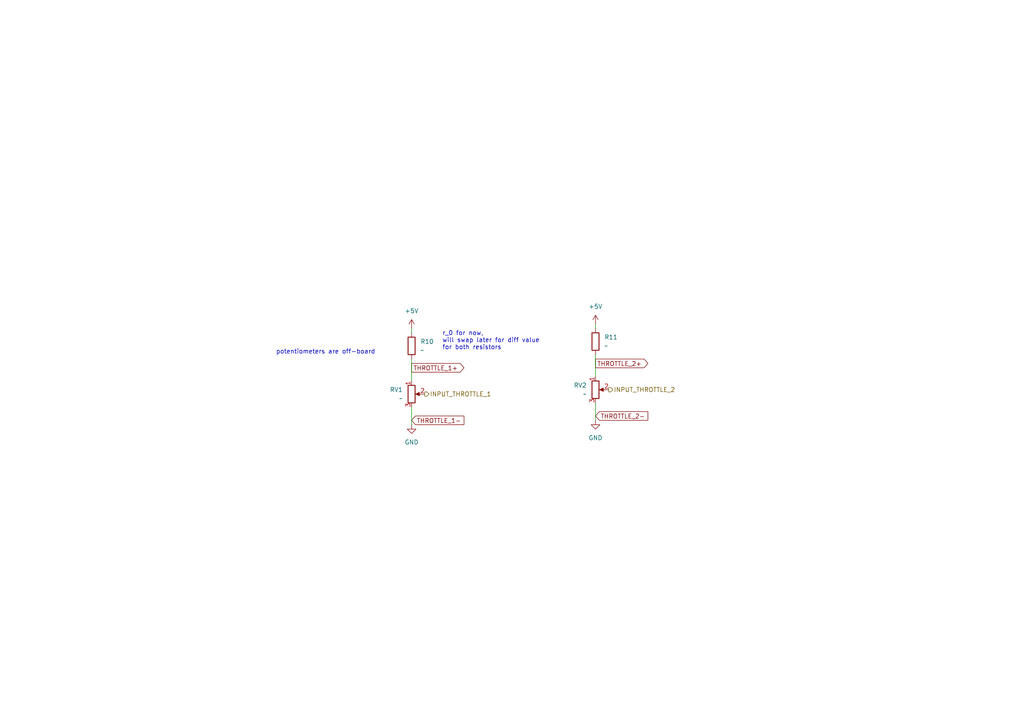
<source format=kicad_sch>
(kicad_sch (version 20211123) (generator eeschema)
  (paper "A4")
  (lib_symbols
    (symbol "Device:R_Potentiometer" (pin_names (offset 1.016) hide)
      (property "Reference" "RV" (at -4.445 0 90))
      (property "Value" "R_Potentiometer" (at -2.54 0 90))
      (symbol "R_Potentiometer_0_1"
        (polyline (pts (xy 2.54 0) (xy 1.524 0)))
        (polyline (pts (xy 1.143 0) (xy 2.286 0.508) (xy 2.286 -0.508) (xy 1.143 0)) (fill (type outline)))
        (rectangle (start 1.016 2.54) (end -1.016 -2.54) (stroke (width 0.254)))
      )
      (symbol "R_Potentiometer_1_1"
        (pin passive line (at 0 3.81 270) (length 1.27) (name "1") (number "1"))
        (pin passive line (at 3.81 0 180) (length 1.27) (name "2") (number "2"))
        (pin passive line (at 0 -3.81 90) (length 1.27) (name "3") (number "3"))
      )
    )
    (symbol "formula:R_0" (pin_numbers hide) (pin_names (offset 0))
      (property "Reference" "R" (at 2.032 0 90))
      (property "Value" "R_0" (at -2.54 0 90))
      (symbol "R_0_0_1"
        (rectangle (start -1.016 -2.54) (end 1.016 2.54) (stroke (width 0.254)))
      )
      (symbol "R_0_1_1"
        (pin passive line (at 0 3.81 270) (length 1.27) (name "~") (number "1"))
        (pin passive line (at 0 -3.81 90) (length 1.27) (name "~") (number "2"))
      )
    )
    (symbol "power:+5V" (power) (pin_names (offset 0))
      (property "Value" "+5V" (at 0 3.556 0))
      (symbol "+5V_0_1"
        (polyline (pts (xy -0.762 1.27) (xy 0 2.54)))
        (polyline (pts (xy 0 0) (xy 0 2.54)))
        (polyline (pts (xy 0 2.54) (xy 0.762 1.27)))
      )
      (symbol "+5V_1_1"
        (pin power_in line (at 0 0 90) (length 0) hide (name "+5V") (number "1"))
      )
    )
    (symbol "power:GND" (power) (pin_names (offset 0))
      (property "Value" "GND" (at 0 -3.81 0))
      (symbol "GND_0_1"
        (polyline (pts (xy 0 0) (xy 0 -1.27) (xy 1.27 -1.27) (xy 0 -2.54) (xy -1.27 -1.27) (xy 0 -1.27)))
      )
      (symbol "GND_1_1"
        (pin power_in line (at 0 0 270) (length 0) hide (name "GND") (number "1"))
      )
    )
  )
  (wire (pts (xy 119.38 95.25) (xy 119.38 96.52)))
  (wire (pts (xy 172.72 109.22) (xy 172.72 102.87)))
  (wire (pts (xy 119.38 110.49) (xy 119.38 104.14)))
  (wire (pts (xy 172.72 93.98) (xy 172.72 95.25)))
  (wire (pts (xy 119.38 118.11) (xy 119.38 123.19)))
  (wire (pts (xy 172.72 116.84) (xy 172.72 121.92)))
  (text "potentiometers are off-board" (at 80.01 102.87 0) (effects (font (size 1.27 1.27)) (justify left bottom)))
  (text "r_0 for now, \nwill swap later for diff value\nfor both resistors" (at 128.27 101.6 0) (effects (font (size 1.27 1.27)) (justify left bottom)))
  (global_label "THROTTLE_1+" (shape output) (at 119.38 106.68 0) (property "Intersheet References" "${INTERSHEET_REFS}" (effects hide)))
  (global_label "THROTTLE_1-" (shape input) (at 119.38 121.92 0) (property "Intersheet References" "${INTERSHEET_REFS}" (effects hide)))
  (global_label "THROTTLE_2+" (shape output) (at 172.72 105.41 0) (property "Intersheet References" "${INTERSHEET_REFS}" (effects hide)))
  (global_label "THROTTLE_2-" (shape input) (at 172.72 120.65 0) (property "Intersheet References" "${INTERSHEET_REFS}" (effects hide)))
  (hierarchical_label "INPUT_THROTTLE_2" (shape output) (at 176.53 113.03 0))
  (hierarchical_label "INPUT_THROTTLE_1" (shape output) (at 123.19 114.3 0))
  (symbol (lib_id "power:+5V") (at 172.72 93.98 0) (unit 1)
    (property "Reference" "#PWR?" (effects hide))
  )
  (symbol (lib_id "power:+5V") (at 119.38 95.25 0) (unit 1)
    (property "Reference" "#PWR?" (effects hide))
  )
  (symbol (lib_id "formula:R_0") (at 172.72 99.06 0) (unit 1)
    (property "Reference" "R11" (at 175.26 97.7899 0) (effects (justify left)))
    (property "Value" "~" (at 175.26 100.3299 0) (effects (justify left)))
    (property "Datasheet" "http://industrial.panasonic.com/www-cgi/jvcr13pz.cgi?E+PZ+3+AOA0001+ERJ3GEY0R00V+7+WW" (effects hide))
    (property "MFN" "DK" (effects hide))
    (property "MPN" "P0.0GCT-ND" (effects hide))
    (property "PurchasingLink" "https://www.digikey.com/product-detail/en/panasonic-electronic-components/ERJ-3GEY0R00V/P0.0GCT-ND/134711" (effects hide))
  )
  (symbol (lib_id "power:GND") (at 172.72 121.92 0) (unit 1)
    (property "Reference" "#PWR?" (effects hide))
  )
  (symbol (lib_id "power:GND") (at 119.38 123.19 0) (unit 1)
    (property "Reference" "#PWR?" (effects hide))
  )
  (symbol (lib_id "formula:R_0") (at 119.38 100.33 0) (unit 1)
    (property "Reference" "R10" (at 121.92 99.0599 0) (effects (justify left)))
    (property "Value" "~" (at 121.92 101.5999 0) (effects (justify left)))
    (property "Datasheet" "http://industrial.panasonic.com/www-cgi/jvcr13pz.cgi?E+PZ+3+AOA0001+ERJ3GEY0R00V+7+WW" (effects hide))
    (property "MFN" "DK" (effects hide))
    (property "MPN" "P0.0GCT-ND" (effects hide))
    (property "PurchasingLink" "https://www.digikey.com/product-detail/en/panasonic-electronic-components/ERJ-3GEY0R00V/P0.0GCT-ND/134711" (effects hide))
  )
  (symbol (lib_id "Device:R_Potentiometer") (at 172.72 113.03 0) (unit 1) (in_bom no) (on_board no)
    (property "Reference" "RV2" (at 170.18 111.7599 0) (effects (justify right)))
    (property "Value" "~" (at 170.18 114.2999 0) (effects (justify right)))
  )
  (symbol (lib_id "Device:R_Potentiometer") (at 119.38 114.3 0) (unit 1) (in_bom no) (on_board no)
    (property "Reference" "RV1" (at 116.84 113.0299 0) (effects (justify right)))
    (property "Value" "~" (at 116.84 115.5699 0) (effects (justify right)))
  )
)
</source>
